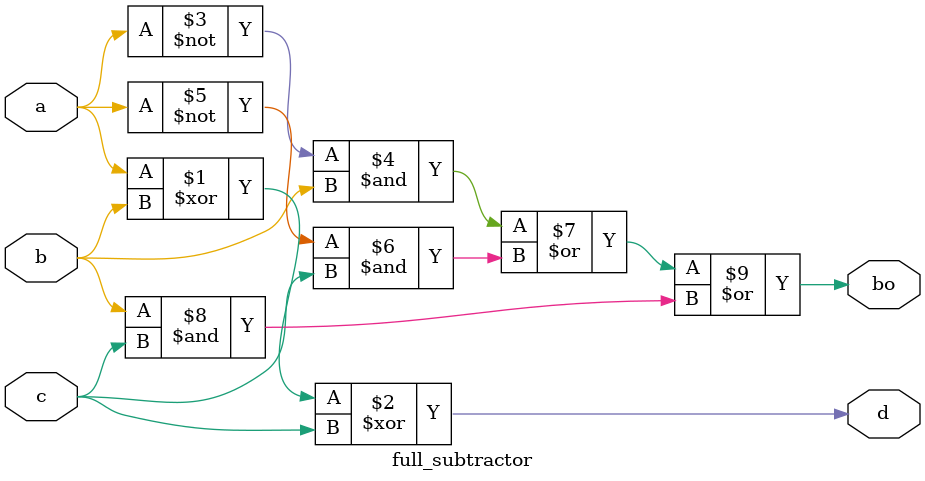
<source format=v>
module full_subtractor(input a, b, c, output d, bo);
assign d = a ^ b ^ c;
assign bo = (~a & b) | (~a & c) | (b & c);
endmodule
</source>
